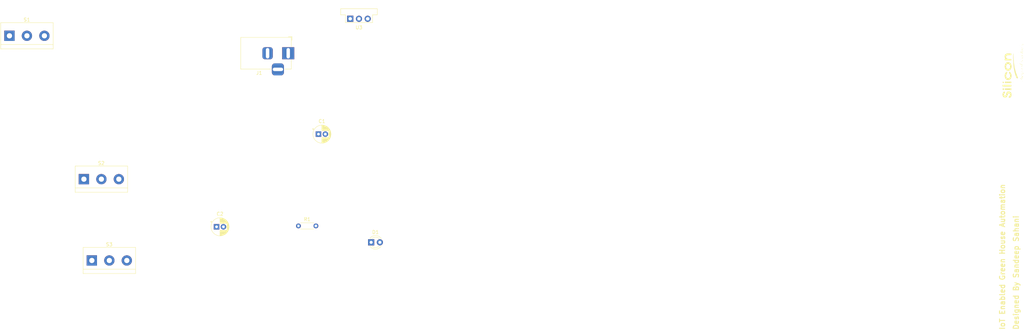
<source format=kicad_pcb>
(kicad_pcb (version 20240108) (generator "pcbnew") (generator_version "8.0")
  (layers (0 "F.Cu" signal "Top_CU") (1 "In1.Cu" signal) (2 "In2.Cu" signal) (31 "B.Cu" signal "Bottom_CU") (34 "B.Paste" user) (35 "F.Paste" user) (36 "B.SilkS" user "B.Silkscreen") (37 "F.SilkS" user "F.Silkscreen") (38 "B.Mask" user) (39 "F.Mask" user) (44 "Edge.Cuts" user))
  (net 0 "")
  (net 1 "+5V")
  (net 2 "Net-(U3-IN)")
  (net 3 "GND")
  (net 4 "Net-(D1-K)")
  (net 5 "DHT_S_1")
  (net 6 "LDR_S_1")
  (net 8 "Net-(M1-E1)")
  (net 9 "Net-(M1-E2)")
  (footprint "TerminalBlock:TerminalBlock_bornier-3_P5.08mm" (layer "F.Cu") (at 54 36.5)
    (property "Reference" "S1" (at 5.05 -4.65 0) (layer "F.SilkS"))
    (property "Value" "DHT")
    (fp_line (start -2.54 -3.81) (end 12.7 -3.81) (stroke (width 0.12)) (layer "F.SilkS"))
    (fp_line (start -2.54 2.54) (end 12.7 2.54) (stroke (width 0.12)) (layer "F.SilkS"))
    (fp_line (start -2.54 3.81) (end -2.54 -3.81) (stroke (width 0.12)) (layer "F.SilkS"))
    (fp_line (start -2.54 3.81) (end 12.7 3.81) (stroke (width 0.12)) (layer "F.SilkS"))
    (fp_line (start 12.7 3.81) (end 12.7 -3.81) (stroke (width 0.12)) (layer "F.SilkS"))
    (pad "1" thru_hole rect (at 0 0) (size 3 3) (drill 1.52) (layers "*.Cu" "*.Mask") (net 1 "+5V"))
    (pad "2" thru_hole circle (at 5.08 0) (size 3 3) (drill 1.52) (layers "*.Cu" "*.Mask") (net 5 "DHT_S_1"))
    (pad "3" thru_hole circle (at 10.16 0) (size 3 3) (drill 1.52) (layers "*.Cu" "*.Mask") (net 3 "GND"))
  )
  (footprint "Connector_BarrelJack:BarrelJack_Horizontal" (layer "F.Cu") (at 135.0292 41.5788)
    (property "Reference" "J1" (at -8.45 5.75 0) (layer "F.SilkS"))
    (property "Value" "12V")
    (fp_line (start -13.8 -4.6) (end 0.9 -4.6) (stroke (width 0.12)) (layer "F.SilkS"))
    (fp_line (start -13.8 4.6) (end -13.8 -4.6) (stroke (width 0.12)) (layer "F.SilkS"))
    (fp_line (start -5 4.6) (end -13.8 4.6) (stroke (width 0.12)) (layer "F.SilkS"))
    (fp_line (start 0.05 -4.8) (end 1.1 -4.8) (stroke (width 0.12)) (layer "F.SilkS"))
    (fp_line (start 0.9 -4.6) (end 0.9 -2) (stroke (width 0.12)) (layer "F.SilkS"))
    (fp_line (start 0.9 1.9) (end 0.9 4.6) (stroke (width 0.12)) (layer "F.SilkS"))
    (fp_line (start 0.9 4.6) (end -1 4.6) (stroke (width 0.12)) (layer "F.SilkS"))
    (fp_line (start 1.1 -3.75) (end 1.1 -4.8) (stroke (width 0.12)) (layer "F.SilkS"))
    (pad "1" thru_hole rect (at 0 0) (size 3.5 3.5) (drill oval 1 3) (layers "*.Cu" "*.Mask") (net 3 "GND"))
    (pad "2" thru_hole roundrect (at -6 0) (size 3 3.5) (drill oval 1 3) (layers "*.Cu" "*.Mask") (net 3 "GND"))
    (pad "3" thru_hole roundrect (at -3 4.7) (size 3.5 3.5) (drill oval 3 1) (layers "*.Cu" "*.Mask") (net 2 "Net-(U3-IN)"))
  )
  (footprint "Capacitor_THT:CP_Radial_D5.0mm_P2.00mm" (layer "F.Cu") (at 114.1984 92.1004)
    (property "Reference" "C2" (at 1 -3.75 0) (layer "F.SilkS"))
    (property "Value" "10u")
    (fp_line (start -1.804775 -1.475) (end -1.304775 -1.475) (stroke (width 0.12)) (layer "F.SilkS"))
    (fp_line (start -1.554775 -1.725) (end -1.554775 -1.225) (stroke (width 0.12)) (layer "F.SilkS"))
    (fp_line (start 1 -2.58) (end 1 -1.04) (stroke (width 0.12)) (layer "F.SilkS"))
    (fp_line (start 1 1.04) (end 1 2.58) (stroke (width 0.12)) (layer "F.SilkS"))
    (fp_line (start 1.04 -2.58) (end 1.04 -1.04) (stroke (width 0.12)) (layer "F.SilkS"))
    (fp_line (start 1.04 1.04) (end 1.04 2.58) (stroke (width 0.12)) (layer "F.SilkS"))
    (fp_line (start 1.08 -2.579) (end 1.08 -1.04) (stroke (width 0.12)) (layer "F.SilkS"))
    (fp_line (start 1.08 1.04) (end 1.08 2.579) (stroke (width 0.12)) (layer "F.SilkS"))
    (fp_line (start 1.12 -2.578) (end 1.12 -1.04) (stroke (width 0.12)) (layer "F.SilkS"))
    (fp_line (start 1.12 1.04) (end 1.12 2.578) (stroke (width 0.12)) (layer "F.SilkS"))
    (fp_line (start 1.16 -2.576) (end 1.16 -1.04) (stroke (width 0.12)) (layer "F.SilkS"))
    (fp_line (start 1.16 1.04) (end 1.16 2.576) (stroke (width 0.12)) (layer "F.SilkS"))
    (fp_line (start 1.2 -2.573) (end 1.2 -1.04) (stroke (width 0.12)) (layer "F.SilkS"))
    (fp_line (start 1.2 1.04) (end 1.2 2.573) (stroke (width 0.12)) (layer "F.SilkS"))
    (fp_line (start 1.24 -2.569) (end 1.24 -1.04) (stroke (width 0.12)) (layer "F.SilkS"))
    (fp_line (start 1.24 1.04) (end 1.24 2.569) (stroke (width 0.12)) (layer "F.SilkS"))
    (fp_line (start 1.28 -2.565) (end 1.28 -1.04) (stroke (width 0.12)) (layer "F.SilkS"))
    (fp_line (start 1.28 1.04) (end 1.28 2.565) (stroke (width 0.12)) (layer "F.SilkS"))
    (fp_line (start 1.32 -2.561) (end 1.32 -1.04) (stroke (width 0.12)) (layer "F.SilkS"))
    (fp_line (start 1.32 1.04) (end 1.32 2.561) (stroke (width 0.12)) (layer "F.SilkS"))
    (fp_line (start 1.36 -2.556) (end 1.36 -1.04) (stroke (width 0.12)) (layer "F.SilkS"))
    (fp_line (start 1.36 1.04) (end 1.36 2.556) (stroke (width 0.12)) (layer "F.SilkS"))
    (fp_line (start 1.4 -2.55) (end 1.4 -1.04) (stroke (width 0.12)) (layer "F.SilkS"))
    (fp_line (start 1.4 1.04) (end 1.4 2.55) (stroke (width 0.12)) (layer "F.SilkS"))
    (fp_line (start 1.44 -2.543) (end 1.44 -1.04) (stroke (width 0.12)) (layer "F.SilkS"))
    (fp_line (start 1.44 1.04) (end 1.44 2.543) (stroke (width 0.12)) (layer "F.SilkS"))
    (fp_line (start 1.48 -2.536) (end 1.48 -1.04) (stroke (width 0.12)) (layer "F.SilkS"))
    (fp_line (start 1.48 1.04) (end 1.48 2.536) (stroke (width 0.12)) (layer "F.SilkS"))
    (fp_line (start 1.52 -2.528) (end 1.52 -1.04) (stroke (width 0.12)) (layer "F.SilkS"))
    (fp_line (start 1.52 1.04) (end 1.52 2.528) (stroke (width 0.12)) (layer "F.SilkS"))
    (fp_line (start 1.56 -2.52) (end 1.56 -1.04) (stroke (width 0.12)) (layer "F.SilkS"))
    (fp_line (start 1.56 1.04) (end 1.56 2.52) (stroke (width 0.12)) (layer "F.SilkS"))
    (fp_line (start 1.6 -2.511) (end 1.6 -1.04) (stroke (width 0.12)) (layer "F.SilkS"))
    (fp_line (start 1.6 1.04) (end 1.6 2.511) (stroke (width 0.12)) (layer "F.SilkS"))
    (fp_line (start 1.64 -2.501) (end 1.64 -1.04) (stroke (width 0.12)) (layer "F.SilkS"))
    (fp_line (start 1.64 1.04) (end 1.64 2.501) (stroke (width 0.12)) (layer "F.SilkS"))
    (fp_line (start 1.68 -2.491) (end 1.68 -1.04) (stroke (width 0.12)) (layer "F.SilkS"))
    (fp_line (start 1.68 1.04) (end 1.68 2.491) (stroke (width 0.12)) (layer "F.SilkS"))
    (fp_line (start 1.721 -2.48) (end 1.721 -1.04) (stroke (width 0.12)) (layer "F.SilkS"))
    (fp_line (start 1.721 1.04) (end 1.721 2.48) (stroke (width 0.12)) (layer "F.SilkS"))
    (fp_line (start 1.761 -2.468) (end 1.761 -1.04) (stroke (width 0.12)) (layer "F.SilkS"))
    (fp_line (start 1.761 1.04) (end 1.761 2.468) (stroke (width 0.12)) (layer "F.SilkS"))
    (fp_line (start 1.801 -2.455) (end 1.801 -1.04) (stroke (width 0.12)) (layer "F.SilkS"))
    (fp_line (start 1.801 1.04) (end 1.801 2.455) (stroke (width 0.12)) (layer "F.SilkS"))
    (fp_line (start 1.841 -2.442) (end 1.841 -1.04) (stroke (width 0.12)) (layer "F.SilkS"))
    (fp_line (start 1.841 1.04) (end 1.841 2.442) (stroke (width 0.12)) (layer "F.SilkS"))
    (fp_line (start 1.881 -2.428) (end 1.881 -1.04) (stroke (width 0.12)) (layer "F.SilkS"))
    (fp_line (start 1.881 1.04) (end 1.881 2.428) (stroke (width 0.12)) (layer "F.SilkS"))
    (fp_line (start 1.921 -2.414) (end 1.921 -1.04) (stroke (width 0.12)) (layer "F.SilkS"))
    (fp_line (start 1.921 1.04) (end 1.921 2.414) (stroke (width 0.12)) (layer "F.SilkS"))
    (fp_line (start 1.961 -2.398) (end 1.961 -1.04) (stroke (width 0.12)) (layer "F.SilkS"))
    (fp_line (start 1.961 1.04) (end 1.961 2.398) (stroke (width 0.12)) (layer "F.SilkS"))
    (fp_line (start 2.001 -2.382) (end 2.001 -1.04) (stroke (width 0.12)) (layer "F.SilkS"))
    (fp_line (start 2.001 1.04) (end 2.001 2.382) (stroke (width 0.12)) (layer "F.SilkS"))
    (fp_line (start 2.041 -2.365) (end 2.041 -1.04) (stroke (width 0.12)) (layer "F.SilkS"))
    (fp_line (start 2.041 1.04) (end 2.041 2.365) (stroke (width 0.12)) (layer "F.SilkS"))
    (fp_line (start 2.081 -2.348) (end 2.081 -1.04) (stroke (width 0.12)) (layer "F.SilkS"))
    (fp_line (start 2.081 1.04) (end 2.081 2.348) (stroke (width 0.12)) (layer "F.SilkS"))
    (fp_line (start 2.121 -2.329) (end 2.121 -1.04) (stroke (width 0.12)) (layer "F.SilkS"))
    (fp_line (start 2.121 1.04) (end 2.121 2.329) (stroke (width 0.12)) (layer "F.SilkS"))
    (fp_line (start 2.161 -2.31) (end 2.161 -1.04) (stroke (width 0.12)) (layer "F.SilkS"))
    (fp_line (start 2.161 1.04) (end 2.161 2.31) (stroke (width 0.12)) (layer "F.SilkS"))
    (fp_line (start 2.201 -2.29) (end 2.201 -1.04) (stroke (width 0.12)) (layer "F.SilkS"))
    (fp_line (start 2.201 1.04) (end 2.201 2.29) (stroke (width 0.12)) (layer "F.SilkS"))
    (fp_line (start 2.241 -2.268) (end 2.241 -1.04) (stroke (width 0.12)) (layer "F.SilkS"))
    (fp_line (start 2.241 1.04) (end 2.241 2.268) (stroke (width 0.12)) (layer "F.SilkS"))
    (fp_line (start 2.281 -2.247) (end 2.281 -1.04) (stroke (width 0.12)) (layer "F.SilkS"))
    (fp_line (start 2.281 1.04) (end 2.281 2.247) (stroke (width 0.12)) (layer "F.SilkS"))
    (fp_line (start 2.321 -2.224) (end 2.321 -1.04) (stroke (width 0.12)) (layer "F.SilkS"))
    (fp_line (start 2.321 1.04) (end 2.321 2.224) (stroke (width 0.12)) (layer "F.SilkS"))
    (fp_line (start 2.361 -2.2) (end 2.361 -1.04) (stroke (width 0.12)) (layer "F.SilkS"))
    (fp_line (start 2.361 1.04) (end 2.361 2.2) (stroke (width 0.12)) (layer "F.SilkS"))
    (fp_line (start 2.401 -2.175) (end 2.401 -1.04) (stroke (width 0.12)) (layer "F.SilkS"))
    (fp_line (start 2.401 1.04) (end 2.401 2.175) (stroke (width 0.12)) (layer "F.SilkS"))
    (fp_line (start 2.441 -2.149) (end 2.441 -1.04) (stroke (width 0.12)) (layer "F.SilkS"))
    (fp_line (start 2.441 1.04) (end 2.441 2.149) (stroke (width 0.12)) (layer "F.SilkS"))
    (fp_line (start 2.481 -2.122) (end 2.481 -1.04) (stroke (width 0.12)) (layer "F.SilkS"))
    (fp_line (start 2.481 1.04) (end 2.481 2.122) (stroke (width 0.12)) (layer "F.SilkS"))
    (fp_line (start 2.521 -2.095) (end 2.521 -1.04) (stroke (width 0.12)) (layer "F.SilkS"))
    (fp_line (start 2.521 1.04) (end 2.521 2.095) (stroke (width 0.12)) (layer "F.SilkS"))
    (fp_line (start 2.561 -2.065) (end 2.561 -1.04) (stroke (width 0.12)) (layer "F.SilkS"))
    (fp_line (start 2.561 1.04) (end 2.561 2.065) (stroke (width 0.12)) (layer "F.SilkS"))
    (fp_line (start 2.601 -2.035) (end 2.601 -1.04) (stroke (width 0.12)) (layer "F.SilkS"))
    (fp_line (start 2.601 1.04) (end 2.601 2.035) (stroke (width 0.12)) (layer "F.SilkS"))
    (fp_line (start 2.641 -2.004) (end 2.641 -1.04) (stroke (width 0.12)) (layer "F.SilkS"))
    (fp_line (start 2.641 1.04) (end 2.641 2.004) (stroke (width 0.12)) (layer "F.SilkS"))
    (fp_line (start 2.681 -1.971) (end 2.681 -1.04) (stroke (width 0.12)) (layer "F.SilkS"))
    (fp_line (start 2.681 1.04) (end 2.681 1.971) (stroke (width 0.12)) (layer "F.SilkS"))
    (fp_line (start 2.721 -1.937) (end 2.721 -1.04) (stroke (width 0.12)) (layer "F.SilkS"))
    (fp_line (start 2.721 1.04) (end 2.721 1.937) (stroke (width 0.12)) (layer "F.SilkS"))
    (fp_line (start 2.761 -1.901) (end 2.761 -1.04) (stroke (width 0.12)) (layer "F.SilkS"))
    (fp_line (start 2.761 1.04) (end 2.761 1.901) (stroke (width 0.12)) (layer "F.SilkS"))
    (fp_line (start 2.801 -1.864) (end 2.801 -1.04) (stroke (width 0.12)) (layer "F.SilkS"))
    (fp_line (start 2.801 1.04) (end 2.801 1.864) (stroke (width 0.12)) (layer "F.SilkS"))
    (fp_line (start 2.841 -1.826) (end 2.841 -1.04) (stroke (width 0.12)) (layer "F.SilkS"))
    (fp_line (start 2.841 1.04) (end 2.841 1.826) (stroke (width 0.12)) (layer "F.SilkS"))
    (fp_line (start 2.881 -1.785) (end 2.881 -1.04) (stroke (width 0.12)) (layer "F.SilkS"))
    (fp_line (start 2.881 1.04) (end 2.881 1.785) (stroke (width 0.12)) (layer "F.SilkS"))
    (fp_line (start 2.921 -1.743) (end 2.921 -1.04) (stroke (width 0.12)) (layer "F.SilkS"))
    (fp_line (start 2.921 1.04) (end 2.921 1.743) (stroke (width 0.12)) (layer "F.SilkS"))
    (fp_line (start 2.961 -1.699) (end 2.961 -1.04) (stroke (width 0.12)) (layer "F.SilkS"))
    (fp_line (start 2.961 1.04) (end 2.961 1.699) (stroke (width 0.12)) (layer "F.SilkS"))
    (fp_line (start 3.001 -1.653) (end 3.001 -1.04) (stroke (width 0.12)) (layer "F.SilkS"))
    (fp_line (start 3.001 1.04) (end 3.001 1.653) (stroke (width 0.12)) (layer "F.SilkS"))
    (fp_line (start 3.041 -1.605) (end 3.041 1.605) (stroke (width 0.12)) (layer "F.SilkS"))
    (fp_line (start 3.081 -1.554) (end 3.081 1.554) (stroke (width 0.12)) (layer "F.SilkS"))
    (fp_line (start 3.121 -1.5) (end 3.121 1.5) (stroke (width 0.12)) (layer "F.SilkS"))
    (fp_line (start 3.161 -1.443) (end 3.161 1.443) (stroke (width 0.12)) (layer "F.SilkS"))
    (fp_line (start 3.201 -1.383) (end 3.201 1.383) (stroke (width 0.12)) (layer "F.SilkS"))
    (fp_line (start 3.241 -1.319) (end 3.241 1.319) (stroke (width 0.12)) (layer "F.SilkS"))
    (fp_line (start 3.281 -1.251) (end 3.281 1.251) (stroke (width 0.12)) (layer "F.SilkS"))
    (fp_line (start 3.321 -1.178) (end 3.321 1.178) (stroke (width 0.12)) (layer "F.SilkS"))
    (fp_line (start 3.361 -1.098) (end 3.361 1.098) (stroke (width 0.12)) (layer "F.SilkS"))
    (fp_line (start 3.401 -1.011) (end 3.401 1.011) (stroke (width 0.12)) (layer "F.SilkS"))
    (fp_line (start 3.441 -0.915) (end 3.441 0.915) (stroke (width 0.12)) (layer "F.SilkS"))
    (fp_line (start 3.481 -0.805) (end 3.481 0.805) (stroke (width 0.12)) (layer "F.SilkS"))
    (fp_line (start 3.521 -0.677) (end 3.521 0.677) (stroke (width 0.12)) (layer "F.SilkS"))
    (fp_line (start 3.561 -0.518) (end 3.561 0.518) (stroke (width 0.12)) (layer "F.SilkS"))
    (fp_line (start 3.601 -0.284) (end 3.601 0.284) (stroke (width 0.12)) (layer "F.SilkS"))
    (fp_circle (center 1 0) (end 3.62 0) (stroke (width 0.12)) (fill none) (layer "F.SilkS"))
    (pad "1" thru_hole rect (at 0 0) (size 1.6 1.6) (drill 0.8) (layers "*.Cu" "*.Mask") (net 2 "Net-(U3-IN)"))
    (pad "2" thru_hole circle (at 2 0) (size 1.6 1.6) (drill 0.8) (layers "*.Cu" "*.Mask") (net 3 "GND"))
  )
  (footprint "TerminalBlock:TerminalBlock_bornier-3_P5.08mm" (layer "F.Cu") (at 75.6412 78.232)
    (property "Reference" "S2" (at 5.05 -4.65 0) (layer "F.SilkS"))
    (property "Value" "Light")
    (fp_line (start -2.54 -3.81) (end 12.7 -3.81) (stroke (width 0.12)) (layer "F.SilkS"))
    (fp_line (start -2.54 2.54) (end 12.7 2.54) (stroke (width 0.12)) (layer "F.SilkS"))
    (fp_line (start -2.54 3.81) (end -2.54 -3.81) (stroke (width 0.12)) (layer "F.SilkS"))
    (fp_line (start -2.54 3.81) (end 12.7 3.81) (stroke (width 0.12)) (layer "F.SilkS"))
    (fp_line (start 12.7 3.81) (end 12.7 -3.81) (stroke (width 0.12)) (layer "F.SilkS"))
    (pad "1" thru_hole rect (at 0 0) (size 3 3) (drill 1.52) (layers "*.Cu" "*.Mask") (net 1 "+5V"))
    (pad "2" thru_hole circle (at 5.08 0) (size 3 3) (drill 1.52) (layers "*.Cu" "*.Mask") (net 6 "LDR_S_1"))
    (pad "3" thru_hole circle (at 10.16 0) (size 3 3) (drill 1.52) (layers "*.Cu" "*.Mask") (net 3 "GND"))
  )
  (footprint "Resistor_THT:R_Axial_DIN0204_L3.6mm_D1.6mm_P5.08mm_Horizontal" (layer "F.Cu") (at 137.9982 91.8464)
    (property "Reference" "R1" (at 2.54 -1.92 0) (layer "F.SilkS"))
    (property "Value" "220R")
    (fp_line (start 0.62 -0.92) (end 4.46 -0.92) (stroke (width 0.12)) (layer "F.SilkS"))
    (fp_line (start 0.62 0.92) (end 4.46 0.92) (stroke (width 0.12)) (layer "F.SilkS"))
    (pad "1" thru_hole circle (at 0 0) (size 1.4 1.4) (drill 0.7) (layers "*.Cu" "*.Mask") (net 4 "Net-(D1-K)"))
    (pad "2" thru_hole oval (at 5.08 0) (size 1.4 1.4) (drill 0.7) (layers "*.Cu" "*.Mask") (net 3 "GND"))
  )
  (footprint "Capacitor_THT:CP_Radial_D5.0mm_P2.00mm" (layer "F.Cu") (at 143.8214 65.1256)
    (property "Reference" "C1" (at 1 -3.75 0) (layer "F.SilkS"))
    (property "Value" "10u")
    (fp_line (start -1.804775 -1.475) (end -1.304775 -1.475) (stroke (width 0.12)) (layer "F.SilkS"))
    (fp_line (start -1.554775 -1.725) (end -1.554775 -1.225) (stroke (width 0.12)) (layer "F.SilkS"))
    (fp_line (start 1 -2.58) (end 1 -1.04) (stroke (width 0.12)) (layer "F.SilkS"))
    (fp_line (start 1 1.04) (end 1 2.58) (stroke (width 0.12)) (layer "F.SilkS"))
    (fp_line (start 1.04 -2.58) (end 1.04 -1.04) (stroke (width 0.12)) (layer "F.SilkS"))
    (fp_line (start 1.04 1.04) (end 1.04 2.58) (stroke (width 0.12)) (layer "F.SilkS"))
    (fp_line (start 1.08 -2.579) (end 1.08 -1.04) (stroke (width 0.12)) (layer "F.SilkS"))
    (fp_line (start 1.08 1.04) (end 1.08 2.579) (stroke (width 0.12)) (layer "F.SilkS"))
    (fp_line (start 1.12 -2.578) (end 1.12 -1.04) (stroke (width 0.12)) (layer "F.SilkS"))
    (fp_line (start 1.12 1.04) (end 1.12 2.578) (stroke (width 0.12)) (layer "F.SilkS"))
    (fp_line (start 1.16 -2.576) (end 1.16 -1.04) (stroke (width 0.12)) (layer "F.SilkS"))
    (fp_line (start 1.16 1.04) (end 1.16 2.576) (stroke (width 0.12)) (layer "F.SilkS"))
    (fp_line (start 1.2 -2.573) (end 1.2 -1.04) (stroke (width 0.12)) (layer "F.SilkS"))
    (fp_line (start 1.2 1.04) (end 1.2 2.573) (stroke (width 0.12)) (layer "F.SilkS"))
    (fp_line (start 1.24 -2.569) (end 1.24 -1.04) (stroke (width 0.12)) (layer "F.SilkS"))
    (fp_line (start 1.24 1.04) (end 1.24 2.569) (stroke (width 0.12)) (layer "F.SilkS"))
    (fp_line (start 1.28 -2.565) (end 1.28 -1.04) (stroke (width 0.12)) (layer "F.SilkS"))
    (fp_line (start 1.28 1.04) (end 1.28 2.565) (stroke (width 0.12)) (layer "F.SilkS"))
    (fp_line (start 1.32 -2.561) (end 1.32 -1.04) (stroke (width 0.12)) (layer "F.SilkS"))
    (fp_line (start 1.32 1.04) (end 1.32 2.561) (stroke (width 0.12)) (layer "F.SilkS"))
    (fp_line (start 1.36 -2.556) (end 1.36 -1.04) (stroke (width 0.12)) (layer "F.SilkS"))
    (fp_line (start 1.36 1.04) (end 1.36 2.556) (stroke (width 0.12)) (layer "F.SilkS"))
    (fp_line (start 1.4 -2.55) (end 1.4 -1.04) (stroke (width 0.12)) (layer "F.SilkS"))
    (fp_line (start 1.4 1.04) (end 1.4 2.55) (stroke (width 0.12)) (layer "F.SilkS"))
    (fp_line (start 1.44 -2.543) (end 1.44 -1.04) (stroke (width 0.12)) (layer "F.SilkS"))
    (fp_line (start 1.44 1.04) (end 1.44 2.543) (stroke (width 0.12)) (layer "F.SilkS"))
    (fp_line (start 1.48 -2.536) (end 1.48 -1.04) (stroke (width 0.12)) (layer "F.SilkS"))
    (fp_line (start 1.48 1.04) (end 1.48 2.536) (stroke (width 0.12)) (layer "F.SilkS"))
    (fp_line (start 1.52 -2.528) (end 1.52 -1.04) (stroke (width 0.12)) (layer "F.SilkS"))
    (fp_line (start 1.52 1.04) (end 1.52 2.528) (stroke (width 0.12)) (layer "F.SilkS"))
    (fp_line (start 1.56 -2.52) (end 1.56 -1.04) (stroke (width 0.12)) (layer "F.SilkS"))
    (fp_line (start 1.56 1.04) (end 1.56 2.52) (stroke (width 0.12)) (layer "F.SilkS"))
    (fp_line (start 1.6 -2.511) (end 1.6 -1.04) (stroke (width 0.12)) (layer "F.SilkS"))
    (fp_line (start 1.6 1.04) (end 1.6 2.511) (stroke (width 0.12)) (layer "F.SilkS"))
    (fp_line (start 1.64 -2.501) (end 1.64 -1.04) (stroke (width 0.12)) (layer "F.SilkS"))
    (fp_line (start 1.64 1.04) (end 1.64 2.501) (stroke (width 0.12)) (layer "F.SilkS"))
    (fp_line (start 1.68 -2.491) (end 1.68 -1.04) (stroke (width 0.12)) (layer "F.SilkS"))
    (fp_line (start 1.68 1.04) (end 1.68 2.491) (stroke (width 0.12)) (layer "F.SilkS"))
    (fp_line (start 1.721 -2.48) (end 1.721 -1.04) (stroke (width 0.12)) (layer "F.SilkS"))
    (fp_line (start 1.721 1.04) (end 1.721 2.48) (stroke (width 0.12)) (layer "F.SilkS"))
    (fp_line (start 1.761 -2.468) (end 1.761 -1.04) (stroke (width 0.12)) (layer "F.SilkS"))
    (fp_line (start 1.761 1.04) (end 1.761 2.468) (stroke (width 0.12)) (layer "F.SilkS"))
    (fp_line (start 1.801 -2.455) (end 1.801 -1.04) (stroke (width 0.12)) (layer "F.SilkS"))
    (fp_line (start 1.801 1.04) (end 1.801 2.455) (stroke (width 0.12)) (layer "F.SilkS"))
    (fp_line (start 1.841 -2.442) (end 1.841 -1.04) (stroke (width 0.12)) (layer "F.SilkS"))
    (fp_line (start 1.841 1.04) (end 1.841 2.442) (stroke (width 0.12)) (layer "F.SilkS"))
    (fp_line (start 1.881 -2.428) (end 1.881 -1.04) (stroke (width 0.12)) (layer "F.SilkS"))
    (fp_line (start 1.881 1.04) (end 1.881 2.428) (stroke (width 0.12)) (layer "F.SilkS"))
    (fp_line (start 1.921 -2.414) (end 1.921 -1.04) (stroke (width 0.12)) (layer "F.SilkS"))
    (fp_line (start 1.921 1.04) (end 1.921 2.414) (stroke (width 0.12)) (layer "F.SilkS"))
    (fp_line (start 1.961 -2.398) (end 1.961 -1.04) (stroke (width 0.12)) (layer "F.SilkS"))
    (fp_line (start 1.961 1.04) (end 1.961 2.398) (stroke (width 0.12)) (layer "F.SilkS"))
    (fp_line (start 2.001 -2.382) (end 2.001 -1.04) (stroke (width 0.12)) (layer "F.SilkS"))
    (fp_line (start 2.001 1.04) (end 2.001 2.382) (stroke (width 0.12)) (layer "F.SilkS"))
    (fp_line (start 2.041 -2.365) (end 2.041 -1.04) (stroke (width 0.12)) (layer "F.SilkS"))
    (fp_line (start 2.041 1.04) (end 2.041 2.365) (stroke (width 0.12)) (layer "F.SilkS"))
    (fp_line (start 2.081 -2.348) (end 2.081 -1.04) (stroke (width 0.12)) (layer "F.SilkS"))
    (fp_line (start 2.081 1.04) (end 2.081 2.348) (stroke (width 0.12)) (layer "F.SilkS"))
    (fp_line (start 2.121 -2.329) (end 2.121 -1.04) (stroke (width 0.12)) (layer "F.SilkS"))
    (fp_line (start 2.121 1.04) (end 2.121 2.329) (stroke (width 0.12)) (layer "F.SilkS"))
    (fp_line (start 2.161 -2.31) (end 2.161 -1.04) (stroke (width 0.12)) (layer "F.SilkS"))
    (fp_line (start 2.161 1.04) (end 2.161 2.31) (stroke (width 0.12)) (layer "F.SilkS"))
    (fp_line (start 2.201 -2.29) (end 2.201 -1.04) (stroke (width 0.12)) (layer "F.SilkS"))
    (fp_line (start 2.201 1.04) (end 2.201 2.29) (stroke (width 0.12)) (layer "F.SilkS"))
    (fp_line (start 2.241 -2.268) (end 2.241 -1.04) (stroke (width 0.12)) (layer "F.SilkS"))
    (fp_line (start 2.241 1.04) (end 2.241 2.268) (stroke (width 0.12)) (layer "F.SilkS"))
    (fp_line (start 2.281 -2.247) (end 2.281 -1.04) (stroke (width 0.12)) (layer "F.SilkS"))
    (fp_line (start 2.281 1.04) (end 2.281 2.247) (stroke (width 0.12)) (layer "F.SilkS"))
    (fp_line (start 2.321 -2.224) (end 2.321 -1.04) (stroke (width 0.12)) (layer "F.SilkS"))
    (fp_line (start 2.321 1.04) (end 2.321 2.224) (stroke (width 0.12)) (layer "F.SilkS"))
    (fp_line (start 2.361 -2.2) (end 2.361 -1.04) (stroke (width 0.12)) (layer "F.SilkS"))
    (fp_line (start 2.361 1.04) (end 2.361 2.2) (stroke (width 0.12)) (layer "F.SilkS"))
    (fp_line (start 2.401 -2.175) (end 2.401 -1.04) (stroke (width 0.12)) (layer "F.SilkS"))
    (fp_line (start 2.401 1.04) (end 2.401 2.175) (stroke (width 0.12)) (layer "F.SilkS"))
    (fp_line (start 2.441 -2.149) (end 2.441 -1.04) (stroke (width 0.12)) (layer "F.SilkS"))
    (fp_line (start 2.441 1.04) (end 2.441 2.149) (stroke (width 0.12)) (layer "F.SilkS"))
    (fp_line (start 2.481 -2.122) (end 2.481 -1.04) (stroke (width 0.12)) (layer "F.SilkS"))
    (fp_line (start 2.481 1.04) (end 2.481 2.122) (stroke (width 0.12)) (layer "F.SilkS"))
    (fp_line (start 2.521 -2.095) (end 2.521 -1.04) (stroke (width 0.12)) (layer "F.SilkS"))
    (fp_line (start 2.521 1.04) (end 2.521 2.095) (stroke (width 0.12)) (layer "F.SilkS"))
    (fp_line (start 2.561 -2.065) (end 2.561 -1.04) (stroke (width 0.12)) (layer "F.SilkS"))
    (fp_line (start 2.561 1.04) (end 2.561 2.065) (stroke (width 0.12)) (layer "F.SilkS"))
    (fp_line (start 2.601 -2.035) (end 2.601 -1.04) (stroke (width 0.12)) (layer "F.SilkS"))
    (fp_line (start 2.601 1.04) (end 2.601 2.035) (stroke (width 0.12)) (layer "F.SilkS"))
    (fp_line (start 2.641 -2.004) (end 2.641 -1.04) (stroke (width 0.12)) (layer "F.SilkS"))
    (fp_line (start 2.641 1.04) (end 2.641 2.004) (stroke (width 0.12)) (layer "F.SilkS"))
    (fp_line (start 2.681 -1.971) (end 2.681 -1.04) (stroke (width 0.12)) (layer "F.SilkS"))
    (fp_line (start 2.681 1.04) (end 2.681 1.971) (stroke (width 0.12)) (layer "F.SilkS"))
    (fp_line (start 2.721 -1.937) (end 2.721 -1.04) (stroke (width 0.12)) (layer "F.SilkS"))
    (fp_line (start 2.721 1.04) (end 2.721 1.937) (stroke (width 0.12)) (layer "F.SilkS"))
    (fp_line (start 2.761 -1.901) (end 2.761 -1.04) (stroke (width 0.12)) (layer "F.SilkS"))
    (fp_line (start 2.761 1.04) (end 2.761 1.901) (stroke (width 0.12)) (layer "F.SilkS"))
    (fp_line (start 2.801 -1.864) (end 2.801 -1.04) (stroke (width 0.12)) (layer "F.SilkS"))
    (fp_line (start 2.801 1.04) (end 2.801 1.864) (stroke (width 0.12)) (layer "F.SilkS"))
    (fp_line (start 2.841 -1.826) (end 2.841 -1.04) (stroke (width 0.12)) (layer "F.SilkS"))
    (fp_line (start 2.841 1.04) (end 2.841 1.826) (stroke (width 0.12)) (layer "F.SilkS"))
    (fp_line (start 2.881 -1.785) (end 2.881 -1.04) (stroke (width 0.12)) (layer "F.SilkS"))
    (fp_line (start 2.881 1.04) (end 2.881 1.785) (stroke (width 0.12)) (layer "F.SilkS"))
    (fp_line (start 2.921 -1.743) (end 2.921 -1.04) (stroke (width 0.12)) (layer "F.SilkS"))
    (fp_line (start 2.921 1.04) (end 2.921 1.743) (stroke (width 0.12)) (layer "F.SilkS"))
    (fp_line (start 2.961 -1.699) (end 2.961 -1.04) (stroke (width 0.12)) (layer "F.SilkS"))
    (fp_line (start 2.961 1.04) (end 2.961 1.699) (stroke (width 0.12)) (layer "F.SilkS"))
    (fp_line (start 3.001 -1.653) (end 3.001 -1.04) (stroke (width 0.12)) (layer "F.SilkS"))
    (fp_line (start 3.001 1.04) (end 3.001 1.653) (stroke (width 0.12)) (layer "F.SilkS"))
    (fp_line (start 3.041 -1.605) (end 3.041 1.605) (stroke (width 0.12)) (layer "F.SilkS"))
    (fp_line (start 3.081 -1.554) (end 3.081 1.554) (stroke (width 0.12)) (layer "F.SilkS"))
    (fp_line (start 3.121 -1.5) (end 3.121 1.5) (stroke (width 0.12)) (layer "F.SilkS"))
    (fp_line (start 3.161 -1.443) (end 3.161 1.443) (stroke (width 0.12)) (layer "F.SilkS"))
    (fp_line (start 3.201 -1.383) (end 3.201 1.383) (stroke (width 0.12)) (layer "F.SilkS"))
    (fp_line (start 3.241 -1.319) (end 3.241 1.319) (stroke (width 0.12)) (layer "F.SilkS"))
    (fp_line (start 3.281 -1.251) (end 3.281 1.251) (stroke (width 0.12)) (layer "F.SilkS"))
    (fp_line (start 3.321 -1.178) (end 3.321 1.178) (stroke (width 0.12)) (layer "F.SilkS"))
    (fp_line (start 3.361 -1.098) (end 3.361 1.098) (stroke (width 0.12)) (layer "F.SilkS"))
    (fp_line (start 3.401 -1.011) (end 3.401 1.011) (stroke (width 0.12)) (layer "F.SilkS"))
    (fp_line (start 3.441 -0.915) (end 3.441 0.915) (stroke (width 0.12)) (layer "F.SilkS"))
    (fp_line (start 3.481 -0.805) (end 3.481 0.805) (stroke (width 0.12)) (layer "F.SilkS"))
    (fp_line (start 3.521 -0.677) (end 3.521 0.677) (stroke (width 0.12)) (layer "F.SilkS"))
    (fp_line (start 3.561 -0.518) (end 3.561 0.518) (stroke (width 0.12)) (layer "F.SilkS"))
    (fp_line (start 3.601 -0.284) (end 3.601 0.284) (stroke (width 0.12)) (layer "F.SilkS"))
    (fp_circle (center 1 0) (end 3.62 0) (stroke (width 0.12)) (fill none) (layer "F.SilkS"))
    (pad "1" thru_hole rect (at 0 0) (size 1.6 1.6) (drill 0.8) (layers "*.Cu" "*.Mask") (net 1 "+5V"))
    (pad "2" thru_hole circle (at 2 0) (size 1.6 1.6) (drill 0.8) (layers "*.Cu" "*.Mask") (net 3 "GND"))
  )
  (footprint "LED_THT:LED_D3.0mm" (layer "F.Cu") (at 159.131 96.6216)
    (property "Reference" "D1" (at 1.27 -2.96 0) (layer "F.SilkS"))
    (property "Value" "LED")
    (fp_line (start -0.29 -1.236) (end -0.29 -1.08) (stroke (width 0.12)) (layer "F.SilkS"))
    (fp_line (start -0.29 1.08) (end -0.29 1.236) (stroke (width 0.12)) (layer "F.SilkS"))
    (fp_arc (start -0.29 -1.235516) (mid 1.366487 -1.987659) (end 2.942335 -1.078608) (stroke (width 0.12)) (layer "F.SilkS"))
    (fp_arc (start 0.229039 -1.08) (mid 1.270117 -1.5) (end 2.31113 -1.079837) (stroke (width 0.12)) (layer "F.SilkS"))
    (fp_arc (start 2.31113 1.079837) (mid 1.270117 1.5) (end 0.229039 1.08) (stroke (width 0.12)) (layer "F.SilkS"))
    (fp_arc (start 2.942335 1.078608) (mid 1.366487 1.987659) (end -0.29 1.235516) (stroke (width 0.12)) (layer "F.SilkS"))
    (pad "1" thru_hole rect (at 0 0) (size 1.8 1.8) (drill 0.9) (layers "*.Cu" "*.Mask") (net 4 "Net-(D1-K)"))
    (pad "2" thru_hole circle (at 2.54 0) (size 1.8 1.8) (drill 0.9) (layers "*.Cu" "*.Mask") (net 1 "+5V"))
  )
  (footprint "Converter_DCDC:Converter_DCDC_Murata_OKI-78SR_Vertical" (layer "F.Cu") (at 153.0554 31.5458)
    (property "Reference" "U3" (at 2.54 2.54 180) (layer "F.SilkS"))
    (property "Value" "L7805")
    (fp_line (start -2.79 -2.92) (end -2.79 -1.14) (stroke (width 0.12)) (layer "F.SilkS"))
    (fp_line (start -1.4 -1.14) (end -2.79 -1.14) (stroke (width 0.12)) (layer "F.SilkS"))
    (fp_line (start -1.4 1.1) (end -1.4 -1.14) (stroke (width 0.12)) (layer "F.SilkS"))
    (fp_line (start 6.48 -1.14) (end 6.48 1.1) (stroke (width 0.12)) (layer "F.SilkS"))
    (fp_line (start 6.48 1.1) (end -1.4 1.1) (stroke (width 0.12)) (layer "F.SilkS"))
    (fp_line (start 7.88 -2.92) (end -2.79 -2.92) (stroke (width 0.12)) (layer "F.SilkS"))
    (fp_line (start 7.88 -1.15) (end 7.88 -2.92) (stroke (width 0.12)) (layer "F.SilkS"))
    (fp_line (start 7.88 -1.14) (end 6.48 -1.14) (stroke (width 0.12)) (layer "F.SilkS"))
    (pad "1" thru_hole rect (at 0 0) (size 1.8 1.8) (drill 1) (layers "*.Cu" "*.Mask") (net 2 "Net-(U3-IN)"))
    (pad "2" thru_hole circle (at 2.54 0) (size 1.8 1.8) (drill 1) (layers "*.Cu" "*.Mask") (net 3 "GND"))
    (pad "3" thru_hole circle (at 5.08 0) (size 1.8 1.8) (drill 1) (layers "*.Cu" "*.Mask") (net 1 "+5V"))
  )
  (footprint "TerminalBlock:TerminalBlock_bornier-3_P5.08mm" (layer "F.Cu") (at 77.9526 101.9048)
    (property "Reference" "S3" (at 5.05 -4.65 0) (layer "F.SilkS"))
    (property "Value" "Moisture")
    (fp_line (start -2.54 -3.81) (end 12.7 -3.81) (stroke (width 0.12)) (layer "F.SilkS"))
    (fp_line (start -2.54 2.54) (end 12.7 2.54) (stroke (width 0.12)) (layer "F.SilkS"))
    (fp_line (start -2.54 3.81) (end -2.54 -3.81) (stroke (width 0.12)) (layer "F.SilkS"))
    (fp_line (start -2.54 3.81) (end 12.7 3.81) (stroke (width 0.12)) (layer "F.SilkS"))
    (fp_line (start 12.7 3.81) (end 12.7 -3.81) (stroke (width 0.12)) (layer "F.SilkS"))
    (pad "1" thru_hole rect (at 0 0) (size 3 3) (drill 1.52) (layers "*.Cu" "*.Mask") (net 8 "Net-(M1-E1)"))
    (pad "2" thru_hole circle (at 5.08 0) (size 3 3) (drill 1.52) (layers "*.Cu" "*.Mask") (net 9 "Net-(M1-E2)"))
    (pad "3" thru_hole circle (at 10.16 0) (size 3 3) (drill 1.52) (layers "*.Cu" "*.Mask"))
  )
  (footprint "Silicon Logo:Silicon Logo" (layer "F.Cu") (at 345.972 46.1994 90)
    (property "Reference" "G***" (hide yes))
    (property "Value" "LOGO" (hide yes))
    (fp_poly (pts (xy 6.604 2.159) (xy 6.561667 2.201334) (xy 6.519333 2.159) (xy 6.561667 2.116667)) (fill solid) (layer "F.SilkS"))
    (fp_poly (pts (xy 4.487333 2.159) (xy 4.445 2.201334) (xy 4.402667 2.159) (xy 4.445 2.116667)) (fill solid) (layer "F.SilkS"))
    (fp_poly (pts (xy 3.725333 2.159) (xy 3.683 2.201334) (xy 3.640667 2.159) (xy 3.683 2.116667)) (fill solid) (layer "F.SilkS"))
    (fp_poly (pts (xy 2.963333 2.159) (xy 2.921 2.201334) (xy 2.878667 2.159) (xy 2.921 2.116667)) (fill solid) (layer "F.SilkS"))
    (fp_poly (pts (xy 7.366 2.328334) (xy 7.323667 2.370667) (xy 7.281333 2.328334) (xy 7.323667 2.286)) (fill solid) (layer "F.SilkS"))
    (fp_poly (pts (xy 3.640667 2.328334) (xy 3.598333 2.370667) (xy 3.556 2.328334) (xy 3.598333 2.286)) (fill solid) (layer "F.SilkS"))
    (fp_poly (pts (xy 2.116667 2.328334) (xy 2.074333 2.370667) (xy 2.032 2.328334) (xy 2.074333 2.286)) (fill solid) (layer "F.SilkS"))
    (fp_poly (pts (xy 6.858 2.497667) (xy 6.815667 2.54) (xy 6.773333 2.497667) (xy 6.815667 2.455334)) (fill solid) (layer "F.SilkS"))
    (fp_poly (pts (xy 2.032 2.582334) (xy 1.989667 2.624667) (xy 1.947333 2.582334) (xy 1.989667 2.54)) (fill solid) (layer "F.SilkS"))
    (fp_poly (pts (xy 0 2.582334) (xy -0.042333 2.624667) (xy -0.084667 2.582334) (xy -0.042333 2.54)) (fill solid) (layer "F.SilkS"))
    (fp_poly (pts (xy -3.471333 2.582334) (xy -3.513667 2.624667) (xy -3.556 2.582334) (xy -3.513667 2.54)) (fill solid) (layer "F.SilkS"))
    (fp_poly (pts (xy 7.112 2.836334) (xy 7.069667 2.878667) (xy 7.027333 2.836334) (xy 7.069667 2.794)) (fill solid) (layer "F.SilkS"))
    (fp_poly (pts (xy 0.564444 2.144889) (xy 0.574577 2.245369) (xy 0.564444 2.257778) (xy 0.51411 2.246156) (xy 0.508 2.201334) (xy 0.538978 2.131643)) (fill solid) (layer "F.SilkS"))
    (fp_poly (pts (xy -0.282222 2.398889) (xy -0.272089 2.499369) (xy -0.282222 2.511778) (xy -0.332557 2.500156) (xy -0.338667 2.455334) (xy -0.307689 2.385643)) (fill solid) (layer "F.SilkS"))
    (fp_poly (pts (xy -1.711303 2.105092) (xy -1.73 2.258458) (xy -1.763738 2.305605) (xy -1.819213 2.327577) (xy -1.803072 2.203502) (xy -1.800757 2.194547) (xy -1.750546 2.081057)) (fill solid) (layer "F.SilkS"))
    (fp_poly (pts (xy 6.239485 2.246325) (xy 6.191173 2.308578) (xy 6.119985 2.362082) (xy 6.137749 2.277245) (xy 6.143777 2.261182) (xy 6.210849 2.157504) (xy 6.248982 2.15676)) (fill solid) (layer "F.SilkS"))
    (fp_poly (pts (xy -0.630191 2.257894) (xy -0.645028 2.323936) (xy -0.713351 2.44311) (xy -0.75753 2.423146) (xy -0.762 2.375664) (xy -0.700508 2.260854) (xy -0.678303 2.244266)) (fill solid) (layer "F.SilkS"))
    (fp_poly (pts (xy -4.572 -2.032) (xy -4.572 -0.762) (xy -4.826 -0.762) (xy -5.08 -0.762) (xy -5.08 -2.032) (xy -5.08 -3.302) (xy -4.826 -3.302) (xy -4.572 -3.302)) (fill solid) (layer "F.SilkS"))
    (fp_poly (pts (xy -5.606394 -1.712289) (xy -5.582454 -0.762) (xy -5.842 -0.762) (xy -6.101546 -0.762) (xy -6.077606 -1.712289) (xy -6.053667 -2.662578) (xy -5.842 -2.662578) (xy -5.630333 -2.662578)) (fill solid) (layer "F.SilkS"))
    (fp_poly (pts (xy -3.640667 -1.693333) (xy -3.640667 -0.762) (xy -3.852333 -0.762) (xy -4.064 -0.762) (xy -4.064 -1.693333) (xy -4.064 -2.624666) (xy -3.852333 -2.624666) (xy -3.640667 -2.624666)) (fill solid) (layer "F.SilkS"))
    (fp_poly (pts (xy 2.256896 2.08387) (xy 2.243667 2.116667) (xy 2.167584 2.197437) (xy 2.154003 2.201334) (xy 2.117637 2.135828) (xy 2.116667 2.116667) (xy 2.181754 2.035254) (xy 2.20633 2.032)) (fill solid) (layer "F.SilkS"))
    (fp_poly (pts (xy 0.209318 2.177715) (xy 0.169333 2.286) (xy 0.086279 2.418796) (xy 0.047281 2.455334) (xy 0.03999 2.386807) (xy 0.060134 2.286) (xy 0.128414 2.148716) (xy 0.182187 2.116667)) (fill solid) (layer "F.SilkS"))
    (fp_poly (pts (xy 7.00077 2.256024) (xy 6.985 2.286) (xy 6.905226 2.366857) (xy 6.89034 2.370667) (xy 6.884563 2.315977) (xy 6.900333 2.286) (xy 6.980107 2.205143) (xy 6.994993 2.201334)) (fill solid) (layer "F.SilkS"))
    (fp_poly (pts (xy 2.447379 2.367359) (xy 2.465669 2.398184) (xy 2.519844 2.539709) (xy 2.498827 2.606529) (xy 2.427111 2.568222) (xy 2.377823 2.441991) (xy 2.373241 2.377722) (xy 2.389164 2.298977)) (fill solid) (layer "F.SilkS"))
    (fp_poly (pts (xy -2.097078 2.407071) (xy -2.097952 2.575879) (xy -2.159899 2.621905) (xy -2.243847 2.524476) (xy -2.257566 2.491976) (xy -2.25796 2.331296) (xy -2.223579 2.274379) (xy -2.146364 2.268361)) (fill solid) (layer "F.SilkS"))
    (fp_poly (pts (xy 7.27481 2.501537) (xy 7.281333 2.530007) (xy 7.219547 2.649698) (xy 7.196667 2.667) (xy 7.118523 2.66313) (xy 7.112 2.63466) (xy 7.173786 2.514969) (xy 7.196667 2.497667)) (fill solid) (layer "F.SilkS"))
    (fp_poly (pts (xy 6.095029 2.520839) (xy 6.096 2.54) (xy 6.030912 2.621413) (xy 6.006336 2.624667) (xy 5.95577 2.572797) (xy 5.969 2.54) (xy 6.045082 2.45923) (xy 6.058663 2.455334)) (fill solid) (layer "F.SilkS"))
    (fp_poly (pts (xy 3.555029 2.520839) (xy 3.556 2.54) (xy 3.490912 2.621413) (xy 3.466336 2.624667) (xy 3.41577 2.572797) (xy 3.429 2.54) (xy 3.505082 2.45923) (xy 3.518663 2.455334)) (fill solid) (layer "F.SilkS"))
    (fp_poly (pts (xy 0.954859 2.119119) (xy 0.943759 2.214027) (xy 0.876044 2.370667) (xy 0.79883 2.481747) (xy 0.764645 2.460611) (xy 0.764544 2.455334) (xy 0.795613 2.309312) (xy 0.864545 2.172909) (xy 0.935079 2.110187)) (fill solid) (layer "F.SilkS"))
    (fp_poly (pts (xy 5.328307 2.201334) (xy 5.280102 2.365822) (xy 5.204307 2.492682) (xy 5.113168 2.58816) (xy 5.083 2.577349) (xy 5.116934 2.455233) (xy 5.189772 2.31431) (xy 5.268918 2.204544) (xy 5.321776 2.175901)) (fill solid) (layer "F.SilkS"))
    (fp_poly (pts (xy -1.295283 2.147137) (xy -1.338555 2.243667) (xy -1.42496 2.442642) (xy -1.463542 2.54) (xy -1.503274 2.621415) (xy -1.517132 2.538594) (xy -1.517316 2.535016) (xy -1.472528 2.369221) (xy -1.392329 2.238682) (xy -1.298845 2.125931)) (fill solid) (layer "F.SilkS"))
    (fp_poly (pts (xy -2.438524 2.169389) (xy -2.421008 2.263317) (xy -2.47935 2.414613) (xy -2.581462 2.55018) (xy -2.61799 2.578207) (xy -2.645199 2.544765) (xy -2.60952 2.3999) (xy -2.600954 2.376506) (xy -2.51769 2.217058) (xy -2.442834 2.167287)) (fill solid) (layer "F.SilkS"))
    (fp_poly (pts (xy 4.00273 2.215686) (xy 4.021661 2.375435) (xy 4.021667 2.378752) (xy 4.019555 2.553762) (xy 4.014611 2.624667) (xy 3.961004 2.578009) (xy 3.951111 2.568222) (xy 3.900565 2.435747) (xy 3.906894 2.267235) (xy 3.958167 2.172082)) (fill solid) (layer "F.SilkS"))
    (fp_poly (pts (xy -3.687868 -3.27436) (xy -3.650612 -3.162783) (xy -3.655945 -3.1115) (xy -3.75236 -2.940333) (xy -3.8735 -2.893945) (xy -4.015793 -2.905301) (xy -4.062292 -3.026121) (xy -4.064 -3.084445) (xy -4.031551 -3.248162) (xy -3.900255 -3.300394) (xy -3.846445 -3.302)) (fill solid) (layer "F.SilkS"))
    (fp_poly (pts (xy 3.279985 2.230984) (xy 3.226574 2.303458) (xy 3.161473 2.456482) (xy 3.172708 2.536291) (xy 3.196894 2.618122) (xy 3.184993 2.624667) (xy 3.108238 2.564558) (xy 3.085312 2.531875) (xy 3.096001 2.411565) (xy 3.181511 2.299042) (xy 3.286537 2.206639)) (fill solid) (layer "F.SilkS"))
    (fp_poly (pts (xy -1.050761 2.431137) (xy -1.116846 2.574249) (xy -1.214046 2.742552) (xy -1.310359 2.878596) (xy -1.354211 2.920718) (xy -1.369449 2.890978) (xy -1.308129 2.754327) (xy -1.261783 2.672087) (xy -1.143452 2.484868) (xy -1.061458 2.37929) (xy -1.047796 2.370667)) (fill solid) (layer "F.SilkS"))
    (fp_poly (pts (xy -2.677557 1.751428) (xy -2.715727 1.887774) (xy -2.755104 1.989667) (xy -2.860687 2.219722) (xy -2.955919 2.384558) (xy -2.979041 2.413) (xy -3.001986 2.397239) (xy -2.963815 2.260893) (xy -2.924438 2.159) (xy -2.818855 1.928945) (xy -2.723623 1.764109) (xy -2.700501 1.735667)) (fill solid) (layer "F.SilkS"))
    (fp_poly (pts (xy 5.79093 2.185383) (xy 5.738145 2.352623) (xy 5.731417 2.370667) (xy 5.646313 2.545892) (xy 5.570716 2.624365) (xy 5.567263 2.624667) (xy 5.555284 2.560121) (xy 5.614817 2.401657) (xy 5.630333 2.370667) (xy 5.727495 2.199457) (xy 5.790798 2.117801) (xy 5.794486 2.116667)) (fill solid) (layer "F.SilkS"))
    (fp_poly (pts (xy -5.660473 -3.279219) (xy -5.594066 -3.182379) (xy -5.588 -3.090333) (xy -5.624081 -2.928082) (xy -5.760852 -2.879108) (xy -5.785556 -2.878666) (xy -5.963365 -2.900552) (xy -6.039556 -2.935111) (xy -6.088045 -3.059615) (xy -6.096 -3.146778) (xy -6.048652 -3.262253) (xy -5.882169 -3.301339) (xy -5.842 -3.302)) (fill solid) (layer "F.SilkS"))
    (fp_poly (pts (xy 1.608667 1.634475) (xy 1.576226 1.746855) (xy 1.494569 1.947618) (xy 1.387196 2.186171) (xy 1.277606 2.411923) (xy 1.189298 2.574284) (xy 1.148727 2.624667) (xy 1.155931 2.554686) (xy 1.220089 2.372098) (xy 1.316236 2.142054) (xy 1.464938 1.817065) (xy 1.558748 1.64064) (xy 1.603209 1.603161)) (fill solid) (layer "F.SilkS"))
    (fp_poly (pts (xy 5.033758 1.843727) (xy 4.970704 2.007057) (xy 4.874634 2.217212) (xy 4.769835 2.423413) (xy 4.680595 2.574883) (xy 4.6355 2.622671) (xy 4.57201 2.593579) (xy 4.572 2.592998) (xy 4.609881 2.502717) (xy 4.703577 2.32585) (xy 4.823166 2.11456) (xy 4.938725 1.921009) (xy 5.020333 1.797359) (xy 5.039509 1.778)) (fill solid) (layer "F.SilkS"))
    (fp_poly (pts (xy 4.136689 -0.238751) (xy 4.41662 -0.227796) (xy 4.558224 -0.210175) (xy 4.57118 -0.201419) (xy 4.4913 -0.173186) (xy 4.272696 -0.147138) (xy 3.945976 -0.125711) (xy 3.541747 -0.111343) (xy 3.407013 -0.108727) (xy 1.860696 -0.016104) (xy 0.401923 0.210928) (xy -0.961709 0.57092) (xy -1.823709 0.888003) (xy -2.172115 1.032147) (xy -2.395217 1.121666) (xy -2.524566 1.165725) (xy -2.591715 1.173492) (xy -2.628218 1.154132) (xy -2.652889 1.128889) (xy -2.717816 0.970721) (xy -2.633941 0.805909) (xy -2.417772 0.664502) (xy -2.391833 0.653727) (xy -1.580963 0.364207) (xy -0.747338 0.138378) (xy 0.141342 -0.029368) (xy 1.117377 -0.144641) (xy 2.213068 -0.21305) (xy 2.688167 -0.22845) (xy 3.250338 -0.239396) (xy 3.740554 -0.242724)) (fill solid) (layer "F.SilkS"))
    (fp_poly (pts (xy 1.308742 -2.615265) (xy 1.650938 -2.440921) (xy 1.906415 -2.188314) (xy 2.043054 -1.8704) (xy 2.056952 -1.742988) (xy 1.991337 -1.38682) (xy 1.794063 -1.088821) (xy 1.49686 -0.862683) (xy 1.131457 -0.722101) (xy 0.729583 -0.680769) (xy 0.322969 -0.752381) (xy 0.051672 -0.87755) (xy -0.279617 -1.154553) (xy -0.461498 -1.475062) (xy -0.477318 -1.636047) (xy 0.064928 -1.636047) (xy 0.149731 -1.374173) (xy 0.2583 -1.249493) (xy 0.540314 -1.119502) (xy 0.870986 -1.106523) (xy 1.180418 -1.206656) (xy 1.316182 -1.308485) (xy 1.460278 -1.511436) (xy 1.523846 -1.717448) (xy 1.524 -1.725673) (xy 1.449066 -1.959134) (xy 1.25394 -2.139128) (xy 0.983132 -2.251507) (xy 0.681155 -2.282125) (xy 0.39252 -2.216836) (xy 0.250101 -2.130534) (xy 0.098179 -1.910253) (xy 0.064928 -1.636047) (xy -0.477318 -1.636047) (xy -0.494503 -1.810915) (xy -0.379163 -2.133951) (xy -0.116011 -2.416009) (xy 0.083038 -2.539169) (xy 0.492673 -2.677345) (xy 0.911947 -2.698392)) (fill solid) (layer "F.SilkS"))
    (fp_poly (pts (xy 4.015159 -2.673264) (xy 4.243058 -2.538061) (xy 4.324513 -2.461846) (xy 4.445019 -2.330826) (xy 4.518361 -2.203148) (xy 4.556193 -2.032966) (xy 4.570166 -1.774434) (xy 4.572 -1.488179) (xy 4.572 -0.762) (xy 4.318 -0.762) (xy 4.064 -0.762) (xy 4.064 -1.390952) (xy 4.045494 -1.802759) (xy 3.979709 -2.071581) (xy 3.851243 -2.220741) (xy 3.644693 -2.273561) (xy 3.483916 -2.269316) (xy 3.245222 -2.206261) (xy 3.087112 -2.049811) (xy 2.997745 -1.777663) (xy 2.965279 -1.367513) (xy 2.964581 -1.291166) (xy 2.959804 -1.0024) (xy 2.936743 -0.84396) (xy 2.879713 -0.776858) (xy 2.773027 -0.762107) (xy 2.751667 -0.762) (xy 2.54 -0.762) (xy 2.54 -1.735666) (xy 2.541018 -2.153109) (xy 2.548113 -2.430047) (xy 2.567342 -2.59531) (xy 2.604764 -2.677728) (xy 2.666437 -2.706129) (xy 2.744611 -2.709333) (xy 2.913988 -2.674077) (xy 2.981491 -2.612525) (xy 3.04761 -2.558061) (xy 3.194647 -2.612525) (xy 3.396252 -2.675307) (xy 3.665825 -2.708002) (xy 3.72628 -2.709333)) (fill solid) (layer "F.SilkS"))
    (fp_poly (pts (xy -1.478181 -2.649059) (xy -1.109133 -2.475227) (xy -0.9525 -2.350268) (xy -0.816659 -2.189274) (xy -0.762 -2.059575) (xy -0.828829 -1.969804) (xy -0.994227 -1.951678) (xy -1.205566 -2.000605) (xy -1.410214 -2.111991) (xy -1.41623 -2.116666) (xy -1.71996 -2.261976) (xy -2.059059 -2.281676) (xy -2.371891 -2.177952) (xy -2.501515 -2.078182) (xy -2.675508 -1.825161) (xy -2.680723 -1.576893) (xy -2.51716 -1.324426) (xy -2.501515 -1.308485) (xy -2.225832 -1.142629) (xy -1.892434 -1.099082) (xy -1.562957 -1.180029) (xy -1.41623 -1.27) (xy -1.233711 -1.371068) (xy -1.026398 -1.430362) (xy -0.850924 -1.438922) (xy -0.763925 -1.387789) (xy -0.762 -1.373505) (xy -0.80615 -1.262328) (xy -0.900065 -1.110562) (xy -1.151807 -0.885787) (xy -1.507132 -0.740244) (xy -1.915723 -0.68254) (xy -2.32726 -0.721284) (xy -2.607011 -0.818536) (xy -2.958279 -1.066526) (xy -3.163857 -1.386734) (xy -3.217333 -1.693333) (xy -3.142597 -2.044572) (xy -2.93953 -2.331295) (xy -2.639843 -2.544303) (xy -2.275248 -2.674399) (xy -1.877457 -2.712383)) (fill solid) (layer "F.SilkS"))
    (fp_poly (pts (xy -7.037793 -3.273418) (xy -6.758207 -3.132837) (xy -6.57291 -2.931739) (xy -6.519333 -2.732828) (xy -6.588026 -2.653242) (xy -6.747527 -2.625169) (xy -6.927969 -2.646663) (xy -7.059489 -2.715779) (xy -7.080146 -2.748443) (xy -7.20783 -2.888706) (xy -7.402392 -2.930226) (xy -7.603451 -2.883544) (xy -7.750622 -2.759197) (xy -7.789333 -2.624666) (xy -7.734951 -2.468143) (xy -7.557671 -2.351684) (xy -7.236299 -2.26252) (xy -7.166041 -2.2492) (xy -6.802194 -2.119222) (xy -6.559809 -1.90064) (xy -6.450363 -1.622362) (xy -6.485338 -1.313297) (xy -6.672529 -1.006458) (xy -6.865084 -0.83031) (xy -7.081307 -0.741784) (xy -7.328695 -0.709553) (xy -7.611042 -0.705895) (xy -7.845521 -0.731876) (xy -7.916333 -0.752771) (xy -8.166337 -0.926286) (xy -8.34671 -1.168914) (xy -8.395525 -1.312333) (xy -8.380267 -1.43828) (xy -8.250076 -1.496084) (xy -8.170333 -1.506448) (xy -7.964764 -1.491359) (xy -7.847988 -1.37171) (xy -7.831667 -1.337115) (xy -7.688715 -1.193922) (xy -7.468072 -1.136051) (xy -7.240759 -1.167839) (xy -7.079327 -1.291166) (xy -7.03302 -1.476466) (xy -7.144576 -1.643283) (xy -7.418522 -1.796453) (xy -7.62141 -1.87061) (xy -7.975851 -2.01588) (xy -8.187776 -2.187053) (xy -8.283988 -2.412248) (xy -8.297334 -2.579677) (xy -8.224219 -2.91846) (xy -8.010916 -3.16598) (xy -7.720064 -3.297854) (xy -7.371725 -3.334689)) (fill solid) (layer "F.SilkS"))
  )
  (gr_text "Designed By Sandeep Sahani" (at 347.472 122.1994 90) (layer "F.SilkS") (effects (font (size 1.5 1.5) (thickness 0.3) (bold yes)) (justify left bottom)))
  (gr_text "IoT Enabled Green House Automation" (at 343.472 122.1994 90) (layer "F.SilkS") (effects (font (size 1.5 1.5) (thickness 0.3) (bold yes)) (justify left bottom)))
)
</source>
